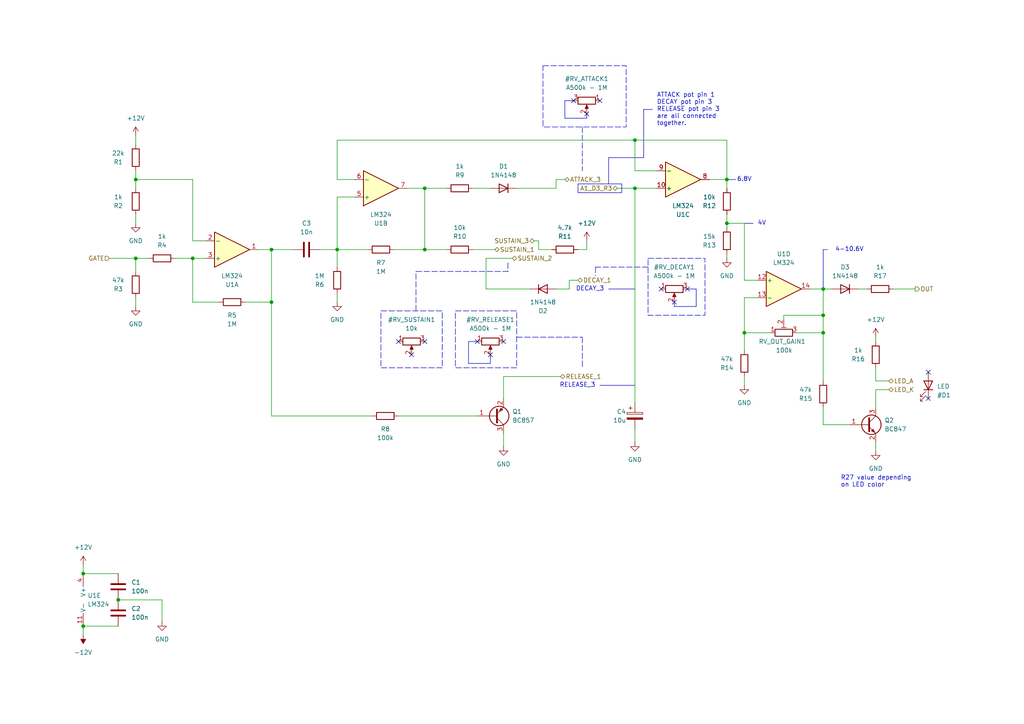
<source format=kicad_sch>
(kicad_sch (version 20250114) (generator "eeschema") (generator_version "9.0")
  (paper "A4")
  (title_block (title "Hog Moduelur — ADSR") (date "2025-08-03") (rev "v0.1") (company "Shmøergh"))
  (lib_symbols
    (symbol "Amplifier_Operational:LM324" (pin_names (offset 0.127))
      (property "Reference" "U" (at 0 5.08 0))
      (property "Value" "LM324" (at 0 -5.08 0))
      (symbol "LM324_1_1"
        (polyline (pts (xy -5.08 5.08) (xy 5.08 0) (xy -5.08 -5.08) (xy -5.08 5.08)) (stroke (width 0.254)) (fill (type background)))
        (pin input line (at -7.62 2.54 0) (length 2.54) (name "+") (number "3"))
        (pin input line (at -7.62 -2.54 0) (length 2.54) (name "-") (number "2"))
        (pin output line (at 7.62 0 180) (length 2.54) (name "~") (number "1"))
      )
      (symbol "LM324_2_1"
        (polyline (pts (xy -5.08 5.08) (xy 5.08 0) (xy -5.08 -5.08) (xy -5.08 5.08)) (stroke (width 0.254)) (fill (type background)))
        (pin input line (at -7.62 2.54 0) (length 2.54) (name "+") (number "5"))
        (pin input line (at -7.62 -2.54 0) (length 2.54) (name "-") (number "6"))
        (pin output line (at 7.62 0 180) (length 2.54) (name "~") (number "7"))
      )
      (symbol "LM324_3_1"
        (polyline (pts (xy -5.08 5.08) (xy 5.08 0) (xy -5.08 -5.08) (xy -5.08 5.08)) (stroke (width 0.254)) (fill (type background)))
        (pin input line (at -7.62 2.54 0) (length 2.54) (name "+") (number "10"))
        (pin input line (at -7.62 -2.54 0) (length 2.54) (name "-") (number "9"))
        (pin output line (at 7.62 0 180) (length 2.54) (name "~") (number "8"))
      )
      (symbol "LM324_4_1"
        (polyline (pts (xy -5.08 5.08) (xy 5.08 0) (xy -5.08 -5.08) (xy -5.08 5.08)) (stroke (width 0.254)) (fill (type background)))
        (pin input line (at -7.62 2.54 0) (length 2.54) (name "+") (number "12"))
        (pin input line (at -7.62 -2.54 0) (length 2.54) (name "-") (number "13"))
        (pin output line (at 7.62 0 180) (length 2.54) (name "~") (number "14"))
      )
      (symbol "LM324_5_1"
        (pin power_in line (at -2.54 7.62 270) (length 3.81) (name "V+") (number "4"))
        (pin power_in line (at -2.54 -7.62 90) (length 3.81) (name "V-") (number "11"))
      )
    )
    (symbol "Device:C" (pin_numbers (hide yes)) (pin_names (offset 0.254))
      (property "Reference" "C" (at 0.635 2.54 0))
      (property "Value" "C" (at 0.635 -2.54 0))
      (symbol "C_0_1"
        (polyline (pts (xy -2.032 0.762) (xy 2.032 0.762)) (stroke (width 0.508)))
        (polyline (pts (xy -2.032 -0.762) (xy 2.032 -0.762)) (stroke (width 0.508)))
      )
      (symbol "C_1_1"
        (pin passive line (at 0 3.81 270) (length 2.794) (name "~") (number "1"))
        (pin passive line (at 0 -3.81 90) (length 2.794) (name "~") (number "2"))
      )
    )
    (symbol "Device:C_Polarized" (pin_numbers (hide yes)) (pin_names (offset 0.254))
      (property "Reference" "C" (at 0.635 2.54 0))
      (property "Value" "C_Polarized" (at 0.635 -2.54 0))
      (symbol "C_Polarized_0_1"
        (rectangle (start -2.286 0.508) (end 2.286 1.016))
        (polyline (pts (xy -1.778 2.286) (xy -0.762 2.286)))
        (polyline (pts (xy -1.27 2.794) (xy -1.27 1.778)))
        (rectangle (start 2.286 -0.508) (end -2.286 -1.016) (fill (type outline)))
      )
      (symbol "C_Polarized_1_1"
        (pin passive line (at 0 3.81 270) (length 2.794) (name "~") (number "1"))
        (pin passive line (at 0 -3.81 90) (length 2.794) (name "~") (number "2"))
      )
    )
    (symbol "Device:D" (pin_numbers (hide yes)) (pin_names (offset 1.016) (hide yes))
      (property "Reference" "D" (at 0 2.54 0))
      (property "Value" "D" (at 0 -2.54 0))
      (symbol "D_0_1"
        (polyline (pts (xy -1.27 1.27) (xy -1.27 -1.27)) (stroke (width 0.254)))
        (polyline (pts (xy 1.27 1.27) (xy 1.27 -1.27) (xy -1.27 0) (xy 1.27 1.27)) (stroke (width 0.254)))
        (polyline (pts (xy 1.27 0) (xy -1.27 0)))
      )
      (symbol "D_1_1"
        (pin passive line (at -3.81 0 0) (length 2.54) (name "K") (number "1"))
        (pin passive line (at 3.81 0 180) (length 2.54) (name "A") (number "2"))
      )
    )
    (symbol "Device:LED" (pin_numbers (hide yes)) (pin_names (offset 1.016) (hide yes))
      (property "Reference" "D" (at 0 2.54 0))
      (property "Value" "LED" (at 0 -2.54 0))
      (symbol "LED_0_1"
        (polyline (pts (xy -3.048 -0.762) (xy -4.572 -2.286) (xy -3.81 -2.286) (xy -4.572 -2.286) (xy -4.572 -1.524)))
        (polyline (pts (xy -1.778 -0.762) (xy -3.302 -2.286) (xy -2.54 -2.286) (xy -3.302 -2.286) (xy -3.302 -1.524)))
        (polyline (pts (xy -1.27 0) (xy 1.27 0)))
        (polyline (pts (xy -1.27 -1.27) (xy -1.27 1.27)) (stroke (width 0.254)))
        (polyline (pts (xy 1.27 -1.27) (xy 1.27 1.27) (xy -1.27 0) (xy 1.27 -1.27)) (stroke (width 0.254)))
      )
      (symbol "LED_1_1"
        (pin passive line (at -3.81 0 0) (length 2.54) (name "K") (number "1"))
        (pin passive line (at 3.81 0 180) (length 2.54) (name "A") (number "2"))
      )
    )
    (symbol "Device:R" (pin_numbers (hide yes)) (pin_names (offset 0))
      (property "Reference" "R" (at 2.032 0 90))
      (property "Value" "R" (at 0 0 90))
      (symbol "R_0_1"
        (rectangle (start -1.016 -2.54) (end 1.016 2.54) (stroke (width 0.254)))
      )
      (symbol "R_1_1"
        (pin passive line (at 0 3.81 270) (length 1.27) (name "~") (number "1"))
        (pin passive line (at 0 -3.81 90) (length 1.27) (name "~") (number "2"))
      )
    )
    (symbol "Device:R_Potentiometer" (pin_names (offset 1.016) (hide yes))
      (property "Reference" "RV" (at -4.445 0 90))
      (property "Value" "R_Potentiometer" (at -2.54 0 90))
      (symbol "R_Potentiometer_0_1"
        (rectangle (start 1.016 2.54) (end -1.016 -2.54) (stroke (width 0.254)))
        (polyline (pts (xy 1.143 0) (xy 2.286 0.508) (xy 2.286 -0.508) (xy 1.143 0)) (fill (type outline)))
        (polyline (pts (xy 2.54 0) (xy 1.524 0)))
      )
      (symbol "R_Potentiometer_1_1"
        (pin passive line (at 0 3.81 270) (length 1.27) (name "1") (number "1"))
        (pin passive line (at 0 -3.81 90) (length 1.27) (name "3") (number "3"))
        (pin passive line (at 3.81 0 180) (length 1.27) (name "2") (number "2"))
      )
    )
    (symbol "Device:R_Potentiometer_Trim" (pin_names (offset 1.016) (hide yes))
      (property "Reference" "RV" (at -4.445 0 90))
      (property "Value" "R_Potentiometer_Trim" (at -2.54 0 90))
      (symbol "R_Potentiometer_Trim_0_1"
        (rectangle (start 1.016 2.54) (end -1.016 -2.54) (stroke (width 0.254)))
        (polyline (pts (xy 1.524 0.762) (xy 1.524 -0.762)))
        (polyline (pts (xy 2.54 0) (xy 1.524 0)))
      )
      (symbol "R_Potentiometer_Trim_1_1"
        (pin passive line (at 0 3.81 270) (length 1.27) (name "1") (number "1"))
        (pin passive line (at 0 -3.81 90) (length 1.27) (name "3") (number "3"))
        (pin passive line (at 3.81 0 180) (length 1.27) (name "2") (number "2"))
      )
    )
    (symbol "Transistor_BJT:BC847" (pin_names (offset 0) (hide yes))
      (property "Reference" "Q" (at 5.08 1.905 0))
      (property "Value" "BC847" (at 5.08 0 0))
      (symbol "BC847_0_1"
        (polyline (pts (xy -2.54 0) (xy 0.635 0)))
        (polyline (pts (xy 0.635 1.905) (xy 0.635 -1.905)) (stroke (width 0.508)))
        (circle (center 1.27 0) (radius 2.8194) (stroke (width 0.254)))
      )
      (symbol "BC847_1_1"
        (polyline (pts (xy 0.635 0.635) (xy 2.54 2.54)))
        (polyline (pts (xy 0.635 -0.635) (xy 2.54 -2.54)))
        (polyline (pts (xy 1.27 -1.778) (xy 1.778 -1.27) (xy 2.286 -2.286) (xy 1.27 -1.778)) (fill (type outline)))
        (pin input line (at -5.08 0 0) (length 2.54) (name "B") (number "1"))
        (pin passive line (at 2.54 5.08 270) (length 2.54) (name "C") (number "3"))
        (pin passive line (at 2.54 -5.08 90) (length 2.54) (name "E") (number "2"))
      )
    )
    (symbol "Transistor_BJT:BC857" (pin_names (offset 0) (hide yes))
      (property "Reference" "Q" (at 5.08 1.905 0))
      (property "Value" "BC857" (at 5.08 0 0))
      (symbol "BC857_0_1"
        (polyline (pts (xy -2.54 0) (xy 0.635 0)))
        (polyline (pts (xy 0.635 1.905) (xy 0.635 -1.905)) (stroke (width 0.508)))
        (polyline (pts (xy 0.635 0.635) (xy 2.54 2.54)))
        (polyline (pts (xy 0.635 -0.635) (xy 2.54 -2.54)))
        (circle (center 1.27 0) (radius 2.8194) (stroke (width 0.254)))
        (polyline (pts (xy 2.286 -1.778) (xy 1.778 -2.286) (xy 1.27 -1.27) (xy 2.286 -1.778)) (fill (type outline)))
      )
      (symbol "BC857_1_1"
        (pin input line (at -5.08 0 0) (length 2.54) (name "B") (number "1"))
        (pin passive line (at 2.54 5.08 270) (length 2.54) (name "C") (number "3"))
        (pin passive line (at 2.54 -5.08 90) (length 2.54) (name "E") (number "2"))
      )
    )
    (symbol "power:+12V" (power) (pin_numbers (hide yes)) (pin_names (offset 0) (hide yes))
      (property "Value" "+12V" (at 0 3.556 0))
      (symbol "+12V_0_1"
        (polyline (pts (xy -0.762 1.27) (xy 0 2.54)))
        (polyline (pts (xy 0 2.54) (xy 0.762 1.27)))
        (polyline (pts (xy 0 0) (xy 0 2.54)))
      )
      (symbol "+12V_1_1"
        (pin power_in line (at 0 0 90) (length 0) (name "~") (number "1"))
      )
    )
    (symbol "power:-12V" (power) (pin_numbers (hide yes)) (pin_names (offset 0) (hide yes))
      (property "Value" "-12V" (at 0 3.556 0))
      (symbol "-12V_0_0"
        (pin power_in line (at 0 0 90) (length 0) (name "~") (number "1"))
      )
      (symbol "-12V_0_1"
        (polyline (pts (xy 0 0) (xy 0 1.27) (xy 0.762 1.27) (xy 0 2.54) (xy -0.762 1.27) (xy 0 1.27)) (fill (type outline)))
      )
    )
    (symbol "power:GND" (power) (pin_numbers (hide yes)) (pin_names (offset 0) (hide yes))
      (property "Value" "GND" (at 0 -3.81 0))
      (symbol "GND_0_1"
        (polyline (pts (xy 0 0) (xy 0 -1.27) (xy 1.27 -1.27) (xy 0 -2.54) (xy -1.27 -1.27) (xy 0 -1.27)))
      )
      (symbol "GND_1_1"
        (pin power_in line (at 0 0 270) (length 0) (name "~") (number "1"))
      )
    )
  )
  (rectangle (start 157.48 19.05) (end 181.61 36.83) (stroke (width 0) (type dash)))
  (rectangle (start 187.96 74.93) (end 204.47 91.44) (stroke (width 0) (type dash)))
  (rectangle (start 110.49 90.17) (end 128.27 106.68) (stroke (width 0) (type dash)))
  (rectangle (start 132.08 90.17) (end 149.86 106.68) (stroke (width 0) (type dash)))
  (rectangle (start 167.64 53.34) (end 180.34 55.88))
  (text "R27 value depending \non LED color" (at 243.84 139.7 0) (effects (font (size 1.27 1.27)) (justify left)))
  (text "4-10.6V" (at 246.38 72.39 0) (effects (font (size 1.27 1.27))))
  (text "4V" (at 220.98 64.77 0) (effects (font (size 1.27 1.27))))
  (text "DECAY_3" (at 175.26 83.82 0) (effects (font (size 1.27 1.27)) (justify right)))
  (text "RELEASE_3" (at 172.72 111.76 0) (effects (font (size 1.27 1.27)) (justify right)))
  (text "6.8V" (at 215.9 52.07 0) (effects (font (size 1.27 1.27))))
  (text "ATTACK pot pin 1\nDECAY pot pin 3\nRELEASE pot pin 3\nare all connected\ntogether." (at 190.5 31.75 0) (effects (font (size 1.27 1.27)) (justify left)))
  (junction (at 210.82 64.77))
  (junction (at 39.37 74.93))
  (junction (at 238.76 83.82))
  (junction (at 78.74 72.39))
  (junction (at 123.19 54.61))
  (junction (at 24.13 181.61))
  (junction (at 39.37 52.07))
  (junction (at 184.15 54.61))
  (junction (at 97.79 72.39))
  (junction (at 123.19 72.39))
  (junction (at 78.74 87.63))
  (junction (at 24.13 166.37))
  (junction (at 34.29 173.99))
  (junction (at 184.15 40.64))
  (junction (at 238.76 96.52))
  (junction (at 238.76 91.44))
  (junction (at 55.88 74.93))
  (junction (at 210.82 52.07))
  (junction (at 215.9 96.52))
  (no_connect (at 138.43 99.06))
  (no_connect (at 191.77 83.82))
  (no_connect (at 170.18 33.02))
  (no_connect (at 199.39 83.82))
  (no_connect (at 119.38 102.87))
  (no_connect (at 269.24 107.95))
  (no_connect (at 173.99 29.21))
  (no_connect (at 166.37 29.21))
  (no_connect (at 142.24 102.87))
  (no_connect (at 123.19 99.06))
  (no_connect (at 195.58 87.63))
  (no_connect (at 269.24 115.57))
  (no_connect (at 146.05 99.06))
  (no_connect (at 115.57 99.06))
  (wire (pts (xy 39.37 49.53) (xy 39.37 52.07)))
  (wire (pts (xy 123.19 72.39) (xy 129.54 72.39)))
  (polyline (pts (xy 238.76 72.39) (xy 238.76 83.82)))
  (wire (pts (xy 97.79 87.63) (xy 97.79 85.09)))
  (wire (pts (xy 156.21 69.85) (xy 156.21 72.39)))
  (wire (pts (xy 102.87 52.07) (xy 97.79 52.07)))
  (wire (pts (xy 210.82 40.64) (xy 210.82 52.07)))
  (wire (pts (xy 123.19 54.61) (xy 129.54 54.61)))
  (wire (pts (xy 184.15 54.61) (xy 190.5 54.61)))
  (wire (pts (xy 39.37 52.07) (xy 55.88 52.07)))
  (wire (pts (xy 227.33 91.44) (xy 238.76 91.44)))
  (polyline (pts (xy 199.39 83.82) (xy 201.93 83.82)))
  (wire (pts (xy 78.74 72.39) (xy 74.93 72.39)))
  (polyline (pts (xy 215.9 64.77) (xy 218.44 64.77)))
  (wire (pts (xy 254 106.68) (xy 254 110.49)))
  (wire (pts (xy 46.99 173.99) (xy 34.29 173.99)))
  (wire (pts (xy 165.1 81.28) (xy 165.1 83.82)))
  (polyline (pts (xy 170.18 34.29) (xy 163.83 34.29)))
  (polyline (pts (xy 240.03 72.39) (xy 238.76 72.39)))
  (polyline (pts (xy 120.65 78.74) (xy 147.32 78.74)) (stroke (width 0) (type dash)))
  (wire (pts (xy 238.76 96.52) (xy 238.76 110.49)))
  (polyline (pts (xy 135.89 99.06) (xy 138.43 99.06)))
  (polyline (pts (xy 172.72 77.47) (xy 172.72 80.01)) (stroke (width 0) (type dash)))
  (wire (pts (xy 46.99 180.34) (xy 46.99 173.99)))
  (wire (pts (xy 63.5 87.63) (xy 55.88 87.63)))
  (wire (pts (xy 106.68 72.39) (xy 97.79 72.39)))
  (wire (pts (xy 167.64 81.28) (xy 165.1 81.28)))
  (wire (pts (xy 238.76 83.82) (xy 241.3 83.82)))
  (wire (pts (xy 31.75 74.93) (xy 39.37 74.93)))
  (wire (pts (xy 184.15 49.53) (xy 184.15 40.64)))
  (wire (pts (xy 238.76 83.82) (xy 238.76 91.44)))
  (wire (pts (xy 254 130.81) (xy 254 128.27)))
  (wire (pts (xy 254 97.79) (xy 254 99.06)))
  (wire (pts (xy 259.08 83.82) (xy 265.43 83.82)))
  (wire (pts (xy 55.88 87.63) (xy 55.88 74.93)))
  (polyline (pts (xy 186.69 45.72) (xy 176.53 45.72)))
  (wire (pts (xy 146.05 109.22) (xy 162.56 109.22)))
  (polyline (pts (xy 187.96 77.47) (xy 172.72 77.47)) (stroke (width 0) (type dash)))
  (wire (pts (xy 39.37 88.9) (xy 39.37 86.36)))
  (wire (pts (xy 154.94 69.85) (xy 156.21 69.85)))
  (polyline (pts (xy 163.83 29.21) (xy 166.37 29.21)))
  (wire (pts (xy 234.95 83.82) (xy 238.76 83.82)))
  (polyline (pts (xy 168.91 36.83) (xy 168.91 49.53)) (stroke (width 0) (type dash)))
  (wire (pts (xy 97.79 57.15) (xy 97.79 72.39)))
  (wire (pts (xy 210.82 64.77) (xy 215.9 64.77)))
  (wire (pts (xy 55.88 74.93) (xy 59.69 74.93)))
  (wire (pts (xy 227.33 92.71) (xy 227.33 91.44)))
  (wire (pts (xy 210.82 73.66) (xy 210.82 74.93)))
  (wire (pts (xy 210.82 62.23) (xy 210.82 64.77)))
  (wire (pts (xy 184.15 128.27) (xy 184.15 124.46)))
  (wire (pts (xy 39.37 64.77) (xy 39.37 62.23)))
  (wire (pts (xy 24.13 163.83) (xy 24.13 166.37)))
  (polyline (pts (xy 176.53 45.72) (xy 176.53 53.34)))
  (wire (pts (xy 92.71 72.39) (xy 97.79 72.39)))
  (wire (pts (xy 97.79 40.64) (xy 184.15 40.64)))
  (wire (pts (xy 140.97 83.82) (xy 153.67 83.82)))
  (wire (pts (xy 170.18 72.39) (xy 167.64 72.39)))
  (polyline (pts (xy 176.53 83.82) (xy 184.15 83.82)))
  (wire (pts (xy 140.97 74.93) (xy 140.97 83.82)))
  (wire (pts (xy 257.81 113.03) (xy 254 113.03)))
  (wire (pts (xy 115.57 120.65) (xy 138.43 120.65)))
  (wire (pts (xy 210.82 64.77) (xy 210.82 66.04)))
  (wire (pts (xy 71.12 87.63) (xy 78.74 87.63)))
  (wire (pts (xy 190.5 49.53) (xy 184.15 49.53)))
  (wire (pts (xy 78.74 120.65) (xy 107.95 120.65)))
  (wire (pts (xy 97.79 52.07) (xy 97.79 40.64)))
  (wire (pts (xy 184.15 40.64) (xy 210.82 40.64)))
  (wire (pts (xy 161.29 54.61) (xy 161.29 52.07)))
  (wire (pts (xy 170.18 69.85) (xy 170.18 72.39)))
  (wire (pts (xy 257.81 110.49) (xy 254 110.49)))
  (wire (pts (xy 161.29 83.82) (xy 165.1 83.82)))
  (wire (pts (xy 55.88 69.85) (xy 59.69 69.85)))
  (wire (pts (xy 39.37 52.07) (xy 39.37 54.61)))
  (wire (pts (xy 248.92 83.82) (xy 251.46 83.82)))
  (wire (pts (xy 215.9 64.77) (xy 215.9 81.28)))
  (polyline (pts (xy 142.24 102.87) (xy 142.24 105.41)))
  (polyline (pts (xy 201.93 83.82) (xy 201.93 88.9)))
  (wire (pts (xy 156.21 72.39) (xy 160.02 72.39)))
  (wire (pts (xy 55.88 52.07) (xy 55.88 69.85)))
  (wire (pts (xy 78.74 87.63) (xy 78.74 120.65)))
  (wire (pts (xy 123.19 72.39) (xy 123.19 54.61)))
  (wire (pts (xy 231.14 96.52) (xy 238.76 96.52)))
  (wire (pts (xy 146.05 109.22) (xy 146.05 115.57)))
  (wire (pts (xy 184.15 54.61) (xy 184.15 116.84)))
  (polyline (pts (xy 173.99 111.76) (xy 184.15 111.76)))
  (wire (pts (xy 24.13 181.61) (xy 34.29 181.61)))
  (wire (pts (xy 142.24 54.61) (xy 137.16 54.61)))
  (polyline (pts (xy 163.83 34.29) (xy 163.83 29.21)))
  (wire (pts (xy 223.52 96.52) (xy 215.9 96.52)))
  (wire (pts (xy 215.9 96.52) (xy 215.9 86.36)))
  (wire (pts (xy 39.37 74.93) (xy 39.37 78.74)))
  (wire (pts (xy 238.76 91.44) (xy 238.76 96.52)))
  (polyline (pts (xy 142.24 105.41) (xy 135.89 105.41)))
  (wire (pts (xy 78.74 87.63) (xy 78.74 72.39)))
  (wire (pts (xy 210.82 52.07) (xy 210.82 54.61)))
  (wire (pts (xy 179.07 54.61) (xy 184.15 54.61)))
  (wire (pts (xy 149.86 54.61) (xy 161.29 54.61)))
  (wire (pts (xy 215.9 111.76) (xy 215.9 109.22)))
  (wire (pts (xy 210.82 52.07) (xy 205.74 52.07)))
  (polyline (pts (xy 189.23 31.75) (xy 186.69 31.75)))
  (wire (pts (xy 161.29 52.07) (xy 163.83 52.07)))
  (wire (pts (xy 215.9 101.6) (xy 215.9 96.52)))
  (polyline (pts (xy 170.18 33.02) (xy 170.18 34.29)))
  (polyline (pts (xy 135.89 99.06) (xy 135.89 105.41)))
  (wire (pts (xy 97.79 72.39) (xy 97.79 77.47)))
  (polyline (pts (xy 147.32 76.2) (xy 147.32 78.74)) (stroke (width 0) (type dash)))
  (wire (pts (xy 137.16 72.39) (xy 143.51 72.39)))
  (wire (pts (xy 238.76 118.11) (xy 238.76 123.19)))
  (polyline (pts (xy 210.82 52.07) (xy 213.36 52.07)))
  (polyline (pts (xy 120.65 90.17) (xy 120.65 78.74)) (stroke (width 0) (type dash)))
  (wire (pts (xy 123.19 54.61) (xy 118.11 54.61)))
  (wire (pts (xy 238.76 123.19) (xy 246.38 123.19)))
  (wire (pts (xy 39.37 39.37) (xy 39.37 41.91)))
  (wire (pts (xy 146.05 129.54) (xy 146.05 125.73)))
  (polyline (pts (xy 201.93 88.9) (xy 195.58 88.9)))
  (wire (pts (xy 102.87 57.15) (xy 97.79 57.15)))
  (wire (pts (xy 114.3 72.39) (xy 123.19 72.39)))
  (wire (pts (xy 254 113.03) (xy 254 118.11)))
  (wire (pts (xy 215.9 86.36) (xy 219.71 86.36)))
  (polyline (pts (xy 149.86 97.79) (xy 168.91 97.79)) (stroke (width 0) (type dash)))
  (wire (pts (xy 39.37 74.93) (xy 43.18 74.93)))
  (wire (pts (xy 24.13 166.37) (xy 34.29 166.37)))
  (polyline (pts (xy 195.58 87.63) (xy 195.58 88.9)))
  (wire (pts (xy 215.9 81.28) (xy 219.71 81.28)))
  (polyline (pts (xy 186.69 31.75) (xy 186.69 45.72)))
  (wire (pts (xy 24.13 184.15) (xy 24.13 181.61)))
  (wire (pts (xy 85.09 72.39) (xy 78.74 72.39)))
  (polyline (pts (xy 168.91 97.79) (xy 168.91 106.68)) (stroke (width 0) (type dash)))
  (wire (pts (xy 148.59 74.93) (xy 140.97 74.93)))
  (wire (pts (xy 50.8 74.93) (xy 55.88 74.93)))
  (hierarchical_label "DECAY_1" (shape bidirectional) (at 167.64 81.28 0))
  (hierarchical_label "GATE" (shape input) (at 31.75 74.93 180))
  (hierarchical_label "ATTACK_3" (shape bidirectional) (at 163.83 52.07 0))
  (hierarchical_label "SUSTAIN_3" (shape bidirectional) (at 154.94 69.85 180))
  (hierarchical_label "A1_D3_R3" (shape bidirectional) (at 179.07 54.61 180))
  (hierarchical_label "SUSTAIN_1" (shape bidirectional) (at 143.51 72.39 0))
  (hierarchical_label "LED_A" (shape bidirectional) (at 257.81 110.49 0))
  (hierarchical_label "RELEASE_1" (shape bidirectional) (at 162.56 109.22 0))
  (hierarchical_label "LED_K" (shape bidirectional) (at 257.81 113.03 0))
  (hierarchical_label "SUSTAIN_2" (shape bidirectional) (at 148.59 74.93 0))
  (hierarchical_label "OUT" (shape output) (at 265.43 83.82 0))
  (symbol (lib_id "power:+12V") (at 170.18 69.85 0) (unit 1)
    (property "Reference" "#PWR011" (effects (hide yes)))
    (property "Value" "+12V" (at 170.18 64.77 0))
    (property "Description" "Power symbol creates a global label with name \"+12V\"" (effects (hide yes)))
  )
  (symbol (lib_id "Device:C") (at 34.29 170.18 0) (unit 1)
    (property "Reference" "C1" (at 38.1 168.91 0) (effects (justify left)))
    (property "Value" "100n" (at 38.1 171.45 0) (effects (justify left)))
    (property "Footprint" "Capacitor_SMD:C_0603_1608Metric" (effects (hide yes)))
    (property "LCSC" "C14663" (effects (hide yes)))
    (property "Vendor" "JLCPCB" (effects (hide yes)))
  )
  (symbol (lib_id "Device:R_Potentiometer") (at 195.58 83.82 90) (mirror x) (unit 1)
    (property "Reference" "#RV_DECAY1" (at 195.58 77.47 90))
    (property "Value" "A500k - 1M" (at 195.58 80.01 90))
    (property "Description" "Potentiometer" (effects (hide yes)))
  )
  (symbol (lib_id "Device:R") (at 46.99 74.93 270) (mirror x) (unit 1)
    (property "Reference" "R4" (at 46.99 71.12 90))
    (property "Value" "1k" (at 46.99 68.58 90))
    (property "Footprint" "Resistor_SMD:R_0603_1608Metric" (effects (hide yes)))
    (property "LCSC" "C21190" (effects (hide yes)))
    (property "Vendor" "JLCPCB" (effects (hide yes)))
  )
  (symbol (lib_id "Device:LED") (at 269.24 111.76 270) (mirror x) (unit 1)
    (property "Reference" "#D1" (at 271.78 114.6176 90) (effects (justify left)))
    (property "Value" "LED" (at 271.78 112.0776 90) (effects (justify left)))
    (property "Description" "Light emitting diode" (effects (hide yes)))
    (property "Sim.Pins" "1=K 2=A" (effects (hide yes)))
  )
  (symbol (lib_id "Device:C") (at 34.29 177.8 0) (unit 1)
    (property "Reference" "C2" (at 38.1 176.53 0) (effects (justify left)))
    (property "Value" "100n" (at 38.1 179.07 0) (effects (justify left)))
    (property "Footprint" "Capacitor_SMD:C_0603_1608Metric" (effects (hide yes)))
    (property "LCSC" "C14663" (effects (hide yes)))
    (property "Vendor" "JLCPCB" (effects (hide yes)))
  )
  (symbol (lib_id "Device:R") (at 210.82 69.85 180) (unit 1)
    (property "Reference" "R13" (at 205.74 71.12 0))
    (property "Value" "15k" (at 205.74 68.58 0))
    (property "Footprint" "Resistor_SMD:R_0603_1608Metric" (effects (hide yes)))
    (property "LCSC" "C22809" (effects (hide yes)))
    (property "Vendor" "JLCPCB" (effects (hide yes)))
  )
  (symbol (lib_id "Device:R") (at 163.83 72.39 270) (mirror x) (unit 1)
    (property "Reference" "R11" (at 163.83 68.58 90))
    (property "Value" "4.7k" (at 163.83 66.04 90))
    (property "Footprint" "Resistor_SMD:R_0603_1608Metric" (effects (hide yes)))
    (property "LCSC" "C23162" (effects (hide yes)))
    (property "Vendor" "JLCPCB" (effects (hide yes)))
  )
  (symbol (lib_id "power:GND") (at 97.79 87.63 0) (unit 1)
    (property "Reference" "#PWR09" (effects (hide yes)))
    (property "Value" "GND" (at 97.79 92.71 0))
    (property "Description" "Power symbol creates a global label with name \"GND\" , ground" (effects (hide yes)))
  )
  (symbol (lib_id "Device:R") (at 238.76 114.3 180) (unit 1)
    (property "Reference" "R15" (at 233.68 115.57 0))
    (property "Value" "47k" (at 233.68 113.03 0))
    (property "Footprint" "Resistor_SMD:R_0603_1608Metric" (effects (hide yes)))
    (property "LCSC" "C25819" (effects (hide yes)))
    (property "Vendor" "JLCPCB" (effects (hide yes)))
  )
  (symbol (lib_id "power:GND") (at 39.37 64.77 0) (unit 1)
    (property "Reference" "#PWR06" (effects (hide yes)))
    (property "Value" "GND" (at 39.37 69.85 0))
    (property "Description" "Power symbol creates a global label with name \"GND\" , ground" (effects (hide yes)))
  )
  (symbol (lib_id "Device:D") (at 245.11 83.82 180) (unit 1)
    (property "Reference" "D3" (at 245.11 77.47 0))
    (property "Value" "1N4148" (at 245.11 80.01 0))
    (property "Footprint" "Diode_SMD:D_SOD-123" (effects (hide yes)))
    (property "Description" "Diode" (effects (hide yes)))
    (property "Sim.Device" "D" (effects (hide yes)))
    (property "Sim.Pins" "1=K 2=A" (effects (hide yes)))
    (property "LCSC" "C81598" (effects (hide yes)))
    (property "Vendor" "JLCPCB" (effects (hide yes)))
  )
  (symbol (lib_id "Device:C_Polarized") (at 184.15 120.65 0) (unit 1)
    (property "Reference" "C4" (at 181.61 119.38 0) (effects (justify right)))
    (property "Value" "10u" (at 181.61 121.92 0) (effects (justify right)))
    (property "Footprint" "Capacitor_SMD:CP_Elec_5x5.4" (effects (hide yes)))
    (property "Description" "Polarized capacitor" (effects (hide yes)))
    (property "LCSC" "C30110" (effects (hide yes)))
    (property "Vendor" "JLCPCB" (effects (hide yes)))
  )
  (symbol (lib_id "Device:D") (at 157.48 83.82 0) (unit 1)
    (property "Reference" "D2" (at 157.48 90.17 0))
    (property "Value" "1N4148" (at 157.48 87.63 0))
    (property "Footprint" "Diode_SMD:D_SOD-123" (effects (hide yes)))
    (property "Description" "Diode" (effects (hide yes)))
    (property "Sim.Device" "D" (effects (hide yes)))
    (property "Sim.Pins" "1=K 2=A" (effects (hide yes)))
    (property "LCSC" "C81598" (effects (hide yes)))
    (property "Vendor" "JLCPCB" (effects (hide yes)))
  )
  (symbol (lib_id "power:-12V") (at 24.13 184.15 180) (unit 1)
    (property "Reference" "#PWR04" (effects (hide yes)))
    (property "Value" "-12V" (at 24.13 189.23 0))
    (property "Description" "Power symbol creates a global label with name \"-12V\"" (effects (hide yes)))
  )
  (symbol (lib_id "Amplifier_Operational:LM324") (at 67.31 72.39 0) (mirror x) (unit 1)
    (property "Reference" "U1" (at 67.31 82.55 0))
    (property "Value" "LM324" (at 67.31 80.01 0))
    (property "Footprint" "Package_SO:SOIC-14_3.9x8.7mm_P1.27mm" (effects (hide yes)))
    (property "Datasheet" "http://www.ti.com/lit/ds/symlink/lm2902-n.pdf" (effects (hide yes)))
    (property "Description" "Low-Power, Quad-Operational Amplifiers, DIP-14/SOIC-14/SSOP-14" (effects (hide yes)))
    (property "Vendor" "JLCPCB" (effects (hide yes)))
    (property "LCSC" "C71035" (effects (hide yes)))
  )
  (symbol (lib_id "Device:R") (at 255.27 83.82 270) (mirror x) (unit 1)
    (property "Reference" "R17" (at 255.27 80.01 90))
    (property "Value" "1k" (at 255.27 77.47 90))
    (property "Footprint" "Resistor_SMD:R_0603_1608Metric" (effects (hide yes)))
    (property "LCSC" "C21190" (effects (hide yes)))
    (property "Vendor" "JLCPCB" (effects (hide yes)))
  )
  (symbol (lib_id "power:+12V") (at 254 97.79 0) (unit 1)
    (property "Reference" "#PWR015" (effects (hide yes)))
    (property "Value" "+12V" (at 254 92.71 0))
    (property "Description" "Power symbol creates a global label with name \"+12V\"" (effects (hide yes)))
  )
  (symbol (lib_id "power:GND") (at 46.99 180.34 0) (unit 1)
    (property "Reference" "#PWR08" (effects (hide yes)))
    (property "Value" "GND" (at 46.99 185.42 0))
    (property "Description" "Power symbol creates a global label with name \"GND\" , ground" (effects (hide yes)))
  )
  (symbol (lib_id "Device:R_Potentiometer") (at 170.18 29.21 270) (unit 1)
    (property "Reference" "#RV_ATTACK1" (at 170.18 22.86 90))
    (property "Value" "A500k - 1M" (at 170.18 25.4 90))
    (property "Description" "Potentiometer" (effects (hide yes)))
  )
  (symbol (lib_id "Device:R") (at 133.35 54.61 270) (mirror x) (unit 1)
    (property "Reference" "R9" (at 133.35 50.8 90))
    (property "Value" "1k" (at 133.35 48.26 90))
    (property "Footprint" "Resistor_SMD:R_0603_1608Metric" (effects (hide yes)))
    (property "LCSC" "C21190" (effects (hide yes)))
    (property "Vendor" "JLCPCB" (effects (hide yes)))
  )
  (symbol (lib_id "Device:R") (at 39.37 45.72 180) (unit 1)
    (property "Reference" "R1" (at 34.29 46.99 0))
    (property "Value" "22k" (at 34.29 44.45 0))
    (property "Footprint" "Resistor_SMD:R_0603_1608Metric" (effects (hide yes)))
    (property "LCSC" "C31850" (effects (hide yes)))
    (property "Vendor" "JLCPCB" (effects (hide yes)))
  )
  (symbol (lib_id "Device:R") (at 39.37 82.55 180) (unit 1)
    (property "Reference" "R3" (at 34.29 83.82 0))
    (property "Value" "47k" (at 34.29 81.28 0))
    (property "Footprint" "Resistor_SMD:R_0603_1608Metric" (effects (hide yes)))
    (property "LCSC" "C25819" (effects (hide yes)))
    (property "Vendor" "JLCPCB" (effects (hide yes)))
  )
  (symbol (lib_id "power:+12V") (at 39.37 39.37 0) (unit 1)
    (property "Reference" "#PWR05" (effects (hide yes)))
    (property "Value" "+12V" (at 39.37 34.29 0))
    (property "Description" "Power symbol creates a global label with name \"+12V\"" (effects (hide yes)))
  )
  (symbol (lib_id "Amplifier_Operational:LM324") (at 198.12 52.07 0) (mirror x) (unit 3)
    (property "Reference" "U1" (at 198.12 62.23 0))
    (property "Value" "LM324" (at 198.12 59.69 0))
    (property "Footprint" "Package_SO:SOIC-14_3.9x8.7mm_P1.27mm" (effects (hide yes)))
    (property "Datasheet" "http://www.ti.com/lit/ds/symlink/lm2902-n.pdf" (effects (hide yes)))
    (property "Description" "Low-Power, Quad-Operational Amplifiers, DIP-14/SOIC-14/SSOP-14" (effects (hide yes)))
    (property "Vendor" "JLCPCB" (effects (hide yes)))
    (property "LCSC" "C71035" (effects (hide yes)))
  )
  (symbol (lib_id "power:GND") (at 39.37 88.9 0) (unit 1)
    (property "Reference" "#PWR07" (effects (hide yes)))
    (property "Value" "GND" (at 39.37 93.98 0))
    (property "Description" "Power symbol creates a global label with name \"GND\" , ground" (effects (hide yes)))
  )
  (symbol (lib_id "Device:R_Potentiometer_Trim") (at 227.33 96.52 90) (unit 1)
    (property "Reference" "RV_OUT_GAIN1" (at 233.68 99.06 90) (effects (justify left)))
    (property "Value" "100k" (at 229.87 101.6 90) (effects (justify left)))
    (property "Footprint" "Potentiometer_THT:Potentiometer_ACP_CA6-H2,5_Horizontal" (effects (hide yes)))
    (property "Description" "Trim-potentiometer" (effects (hide yes)))
    (property "Vendor" "Mouser" (effects (hide yes)))
  )
  (symbol (lib_id "power:GND") (at 184.15 128.27 0) (unit 1)
    (property "Reference" "#PWR012" (effects (hide yes)))
    (property "Value" "GND" (at 184.15 133.35 0))
    (property "Description" "Power symbol creates a global label with name \"GND\" , ground" (effects (hide yes)))
  )
  (symbol (lib_id "Device:R_Potentiometer") (at 119.38 99.06 90) (mirror x) (unit 1)
    (property "Reference" "#RV_SUSTAIN1" (at 119.38 92.71 90))
    (property "Value" "10k" (at 119.38 95.25 90))
    (property "Description" "Potentiometer" (effects (hide yes)))
    (property "Vendor" "Mouser" (effects (hide yes)))
  )
  (symbol (lib_id "power:GND") (at 210.82 74.93 0) (unit 1)
    (property "Reference" "#PWR013" (effects (hide yes)))
    (property "Value" "GND" (at 210.82 80.01 0))
    (property "Description" "Power symbol creates a global label with name \"GND\" , ground" (effects (hide yes)))
  )
  (symbol (lib_id "Device:R") (at 210.82 58.42 180) (unit 1)
    (property "Reference" "R12" (at 205.74 59.69 0))
    (property "Value" "10k" (at 205.74 57.15 0))
    (property "Footprint" "Resistor_SMD:R_0603_1608Metric" (effects (hide yes)))
    (property "LCSC" "C25804" (effects (hide yes)))
    (property "Vendor" "JLCPCB" (effects (hide yes)))
  )
  (symbol (lib_id "Amplifier_Operational:LM324") (at 26.67 173.99 0) (unit 5)
    (property "Reference" "U1" (at 25.4 172.7199 0) (effects (justify left)))
    (property "Value" "LM324" (at 25.4 175.2599 0) (effects (justify left)))
    (property "Footprint" "Package_SO:SOIC-14_3.9x8.7mm_P1.27mm" (effects (hide yes)))
    (property "Datasheet" "http://www.ti.com/lit/ds/symlink/lm2902-n.pdf" (effects (hide yes)))
    (property "Description" "Low-Power, Quad-Operational Amplifiers, DIP-14/SOIC-14/SSOP-14" (effects (hide yes)))
    (property "Vendor" "JLCPCB" (effects (hide yes)))
    (property "LCSC" "C71035" (effects (hide yes)))
  )
  (symbol (lib_id "Device:C") (at 88.9 72.39 90) (unit 1)
    (property "Reference" "C3" (at 88.9 64.77 90))
    (property "Value" "10n" (at 88.9 67.31 90))
    (property "Footprint" "Capacitor_SMD:C_0603_1608Metric" (effects (hide yes)))
    (property "LCSC" "C57112" (effects (hide yes)))
    (property "Vendor" "JLCPCB" (effects (hide yes)))
  )
  (symbol (lib_id "Device:R") (at 67.31 87.63 270) (unit 1)
    (property "Reference" "R5" (at 67.31 91.44 90))
    (property "Value" "1M" (at 67.31 93.98 90))
    (property "Footprint" "Resistor_SMD:R_0603_1608Metric" (effects (hide yes)))
    (property "LCSC" "C22935" (effects (hide yes)))
    (property "Vendor" "JLCPCB" (effects (hide yes)))
  )
  (symbol (lib_id "Device:R") (at 39.37 58.42 180) (unit 1)
    (property "Reference" "R2" (at 34.29 59.69 0))
    (property "Value" "1k" (at 34.29 57.15 0))
    (property "Footprint" "Resistor_SMD:R_0603_1608Metric" (effects (hide yes)))
    (property "LCSC" "C21190" (effects (hide yes)))
    (property "Vendor" "JLCPCB" (effects (hide yes)))
  )
  (symbol (lib_id "Device:R") (at 111.76 120.65 270) (unit 1)
    (property "Reference" "R8" (at 111.76 124.46 90))
    (property "Value" "100k" (at 111.76 127 90))
    (property "Footprint" "Resistor_SMD:R_0603_1608Metric" (effects (hide yes)))
    (property "LCSC" "C25803" (effects (hide yes)))
    (property "Vendor" "JLCPCB" (effects (hide yes)))
  )
  (symbol (lib_id "Device:D") (at 146.05 54.61 180) (unit 1)
    (property "Reference" "D1" (at 146.05 48.26 0))
    (property "Value" "1N4148" (at 146.05 50.8 0))
    (property "Footprint" "Diode_SMD:D_SOD-123" (effects (hide yes)))
    (property "Description" "Diode" (effects (hide yes)))
    (property "Sim.Device" "D" (effects (hide yes)))
    (property "Sim.Pins" "1=K 2=A" (effects (hide yes)))
    (property "LCSC" "C81598" (effects (hide yes)))
    (property "Vendor" "JLCPCB" (effects (hide yes)))
  )
  (symbol (lib_id "power:GND") (at 215.9 111.76 0) (unit 1)
    (property "Reference" "#PWR014" (effects (hide yes)))
    (property "Value" "GND" (at 215.9 116.84 0))
    (property "Description" "Power symbol creates a global label with name \"GND\" , ground" (effects (hide yes)))
  )
  (symbol (lib_id "Device:R") (at 215.9 105.41 180) (unit 1)
    (property "Reference" "R14" (at 210.82 106.68 0))
    (property "Value" "47k" (at 210.82 104.14 0))
    (property "Footprint" "Resistor_SMD:R_0603_1608Metric" (effects (hide yes)))
    (property "LCSC" "C25819" (effects (hide yes)))
    (property "Vendor" "JLCPCB" (effects (hide yes)))
  )
  (symbol (lib_id "power:GND") (at 146.05 129.54 0) (unit 1)
    (property "Reference" "#PWR010" (effects (hide yes)))
    (property "Value" "GND" (at 146.05 134.62 0))
    (property "Description" "Power symbol creates a global label with name \"GND\" , ground" (effects (hide yes)))
  )
  (symbol (lib_id "Device:R_Potentiometer") (at 142.24 99.06 90) (mirror x) (unit 1)
    (property "Reference" "#RV_RELEASE1" (at 142.24 92.71 90))
    (property "Value" "A500k - 1M" (at 142.24 95.25 90))
    (property "Description" "Potentiometer" (effects (hide yes)))
    (property "Vendor" "Mouser" (effects (hide yes)))
  )
  (symbol (lib_id "Device:R") (at 97.79 81.28 180) (unit 1)
    (property "Reference" "R6" (at 92.71 82.55 0))
    (property "Value" "1M" (at 92.71 80.01 0))
    (property "Footprint" "Resistor_SMD:R_0603_1608Metric" (effects (hide yes)))
    (property "LCSC" "C22935" (effects (hide yes)))
    (property "Vendor" "JLCPCB" (effects (hide yes)))
  )
  (symbol (lib_id "Amplifier_Operational:LM324") (at 227.33 83.82 0) (unit 4)
    (property "Reference" "U1" (at 227.33 73.66 0))
    (property "Value" "LM324" (at 227.33 76.2 0))
    (property "Footprint" "Package_SO:SOIC-14_3.9x8.7mm_P1.27mm" (effects (hide yes)))
    (property "Datasheet" "http://www.ti.com/lit/ds/symlink/lm2902-n.pdf" (effects (hide yes)))
    (property "Description" "Low-Power, Quad-Operational Amplifiers, DIP-14/SOIC-14/SSOP-14" (effects (hide yes)))
    (property "Vendor" "JLCPCB" (effects (hide yes)))
    (property "LCSC" "C71035" (effects (hide yes)))
  )
  (symbol (lib_id "power:+12V") (at 24.13 163.83 0) (unit 1)
    (property "Reference" "#PWR03" (effects (hide yes)))
    (property "Value" "+12V" (at 24.13 158.75 0))
    (property "Description" "Power symbol creates a global label with name \"+12V\"" (effects (hide yes)))
  )
  (symbol (lib_id "Amplifier_Operational:LM324") (at 110.49 54.61 0) (mirror x) (unit 2)
    (property "Reference" "U1" (at 110.49 64.77 0))
    (property "Value" "LM324" (at 110.49 62.23 0))
    (property "Footprint" "Package_SO:SOIC-14_3.9x8.7mm_P1.27mm" (effects (hide yes)))
    (property "Datasheet" "http://www.ti.com/lit/ds/symlink/lm2902-n.pdf" (effects (hide yes)))
    (property "Description" "Low-Power, Quad-Operational Amplifiers, DIP-14/SOIC-14/SSOP-14" (effects (hide yes)))
    (property "Vendor" "JLCPCB" (effects (hide yes)))
    (property "LCSC" "C71035" (effects (hide yes)))
  )
  (symbol (lib_id "Device:R") (at 110.49 72.39 270) (unit 1)
    (property "Reference" "R7" (at 110.49 76.2 90))
    (property "Value" "1M" (at 110.49 78.74 90))
    (property "Footprint" "Resistor_SMD:R_0603_1608Metric" (effects (hide yes)))
    (property "LCSC" "C22935" (effects (hide yes)))
    (property "Vendor" "JLCPCB" (effects (hide yes)))
  )
  (symbol (lib_id "power:GND") (at 254 130.81 0) (unit 1)
    (property "Reference" "#PWR016" (effects (hide yes)))
    (property "Value" "GND" (at 254 135.89 0))
    (property "Description" "Power symbol creates a global label with name \"GND\" , ground" (effects (hide yes)))
  )
  (symbol (lib_id "Device:R") (at 133.35 72.39 270) (mirror x) (unit 1)
    (property "Reference" "R10" (at 133.35 68.58 90))
    (property "Value" "10k" (at 133.35 66.04 90))
    (property "Footprint" "Resistor_SMD:R_0603_1608Metric" (effects (hide yes)))
    (property "LCSC" "C25804" (effects (hide yes)))
    (property "Vendor" "JLCPCB" (effects (hide yes)))
  )
  (symbol (lib_id "Device:R") (at 254 102.87 180) (unit 1)
    (property "Reference" "R16" (at 248.92 104.14 0))
    (property "Value" "1k" (at 248.92 101.6 0))
    (property "Footprint" "Shmoergh_Custom_Footprints:R_Axial_DIN0207_L6.3mm_D2.5mm_P7.62mm_Horizontal" (effects (hide yes)))
    (property "Vendor" "Mouser" (effects (hide yes)))
  )
  (symbol (lib_id "Transistor_BJT:BC857") (at 143.51 120.65 0) (mirror x) (unit 1)
    (property "Reference" "Q1" (at 148.59 119.3799 0) (effects (justify left)))
    (property "Value" "BC857" (at 148.59 121.9199 0) (effects (justify left)))
    (property "Footprint" "Package_TO_SOT_SMD:SOT-23" (effects (hide yes)))
    (property "Datasheet" "https://www.onsemi.com/pub/Collateral/BC860-D.pdf" (effects (hide yes)))
    (property "Description" "0.1A Ic, 45V Vce, PNP Transistor, SOT-23" (effects (hide yes)))
    (property "Vendor" "JLCPCB" (effects (hide yes)))
    (property "LCSC" "C20069137" (effects (hide yes)))
  )
  (symbol (lib_id "Transistor_BJT:BC847") (at 251.46 123.19 0) (unit 1)
    (property "Reference" "Q2" (at 256.54 121.9199 0) (effects (justify left)))
    (property "Value" "BC847" (at 256.54 124.4599 0) (effects (justify left)))
    (property "Footprint" "Package_TO_SOT_SMD:SOT-23" (effects (hide yes)))
    (property "Datasheet" "http://www.infineon.com/dgdl/Infineon-BC847SERIES_BC848SERIES_BC849SERIES_BC850SERIES-DS-v01_01-en.pdf?fileId=db3a304314dca389011541d4630a1657" (effects (hide yes)))
    (property "Description" "0.1A Ic, 45V Vce, NPN Transistor, SOT-23" (effects (hide yes)))
    (property "Vendor" "JLCPCB" (effects (hide yes)))
    (property "LCSC" "C7420337" (effects (hide yes)))
  )
)
</source>
